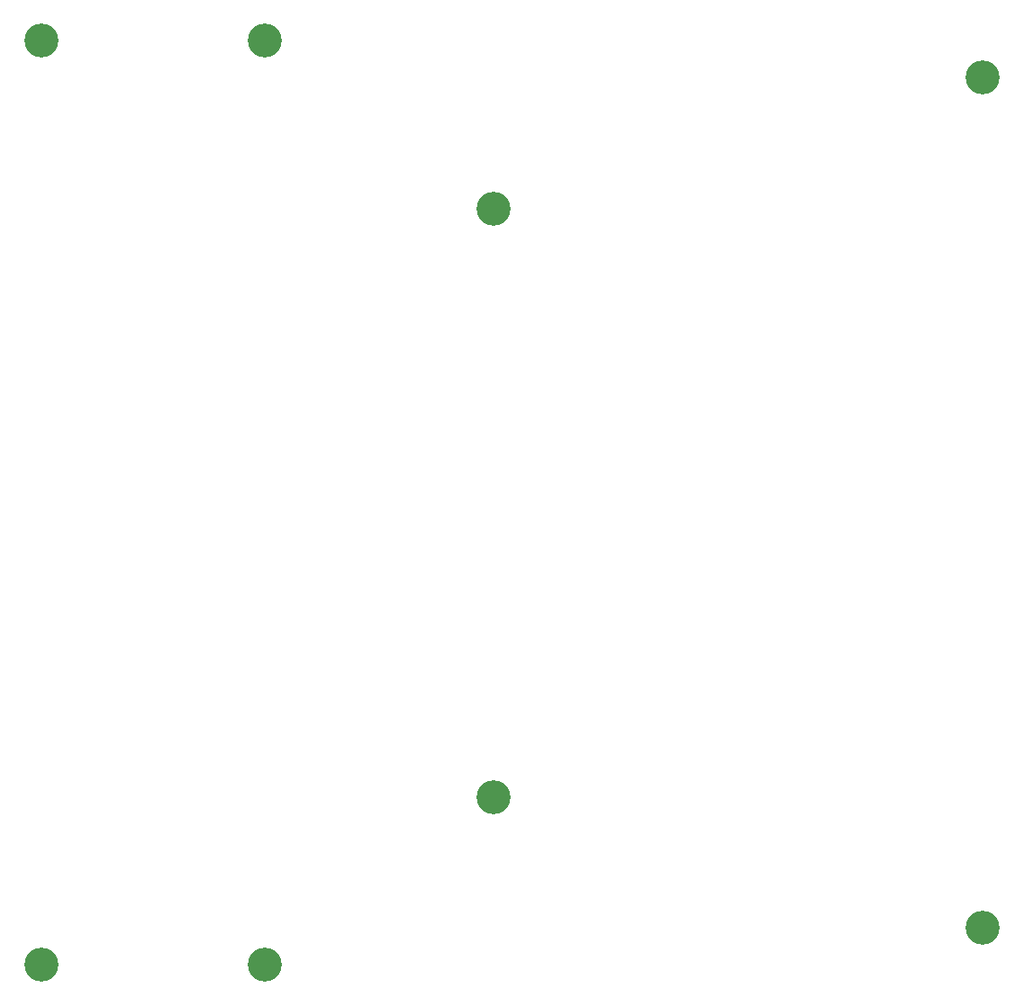
<source format=gbr>
%TF.GenerationSoftware,KiCad,Pcbnew,7.0.8*%
%TF.CreationDate,2023-10-27T09:19:23-04:00*%
%TF.ProjectId,bottom_plate,626f7474-6f6d-45f7-906c-6174652e6b69,rev?*%
%TF.SameCoordinates,Original*%
%TF.FileFunction,Soldermask,Bot*%
%TF.FilePolarity,Negative*%
%FSLAX46Y46*%
G04 Gerber Fmt 4.6, Leading zero omitted, Abs format (unit mm)*
G04 Created by KiCad (PCBNEW 7.0.8) date 2023-10-27 09:19:23*
%MOMM*%
%LPD*%
G01*
G04 APERTURE LIST*
%ADD10C,3.200000*%
G04 APERTURE END LIST*
D10*
%TO.C,REF\u002A\u002A*%
X25500000Y43500000D03*
%TD*%
%TO.C,REF\u002A\u002A*%
X46990000Y-27699970D03*
%TD*%
%TO.C,REF\u002A\u002A*%
X25500000Y-43500000D03*
%TD*%
%TO.C,REF\u002A\u002A*%
X93000000Y40000000D03*
%TD*%
%TO.C,REF\u002A\u002A*%
X4500000Y43500000D03*
%TD*%
%TO.C,REF\u002A\u002A*%
X46990000Y27699970D03*
%TD*%
%TO.C,REF\u002A\u002A*%
X4500000Y-43500000D03*
%TD*%
%TO.C,REF\u002A\u002A*%
X93000000Y-40000000D03*
%TD*%
M02*

</source>
